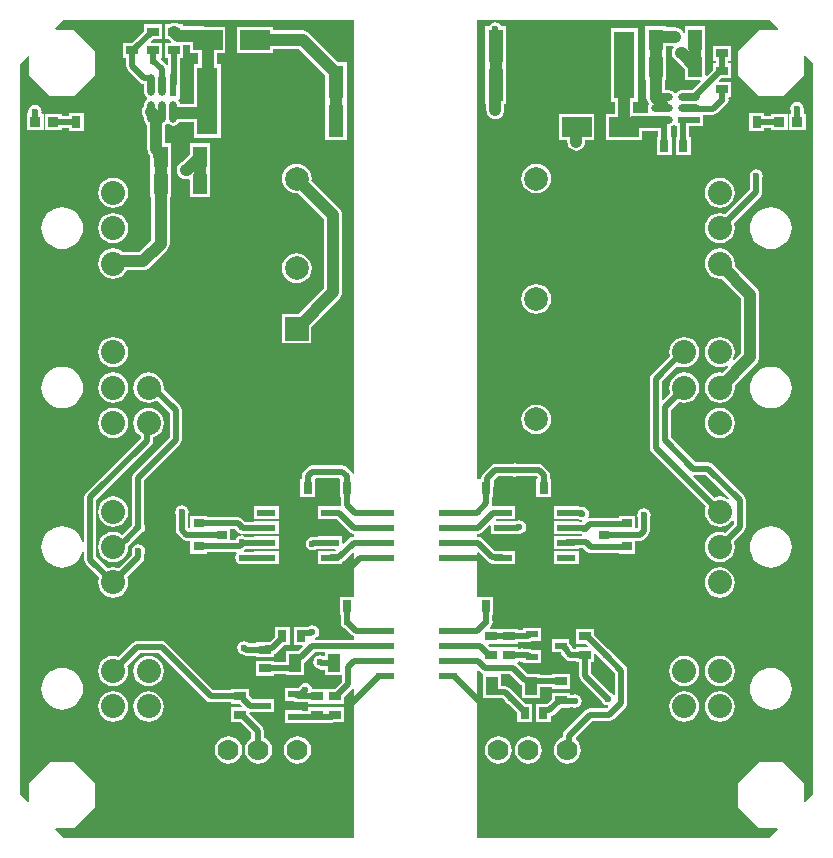
<source format=gtl>
G04*
G04 #@! TF.GenerationSoftware,Altium Limited,Altium Designer,20.1.12 (249)*
G04*
G04 Layer_Physical_Order=1*
G04 Layer_Color=255*
%FSLAX25Y25*%
%MOIN*%
G70*
G04*
G04 #@! TF.SameCoordinates,187957CB-44C1-49C2-83CB-A2E739709334*
G04*
G04*
G04 #@! TF.FilePolarity,Positive*
G04*
G01*
G75*
%ADD21R,0.07301X0.02410*%
G04:AMPARAMS|DCode=22|XSize=73.01mil|YSize=24.1mil|CornerRadius=12.05mil|HoleSize=0mil|Usage=FLASHONLY|Rotation=180.000|XOffset=0mil|YOffset=0mil|HoleType=Round|Shape=RoundedRectangle|*
%AMROUNDEDRECTD22*
21,1,0.07301,0.00000,0,0,180.0*
21,1,0.04891,0.02410,0,0,180.0*
1,1,0.02410,-0.02445,0.00000*
1,1,0.02410,0.02445,0.00000*
1,1,0.02410,0.02445,0.00000*
1,1,0.02410,-0.02445,0.00000*
%
%ADD22ROUNDEDRECTD22*%
%ADD27R,0.02410X0.07301*%
G04:AMPARAMS|DCode=28|XSize=73.01mil|YSize=24.1mil|CornerRadius=12.05mil|HoleSize=0mil|Usage=FLASHONLY|Rotation=270.000|XOffset=0mil|YOffset=0mil|HoleType=Round|Shape=RoundedRectangle|*
%AMROUNDEDRECTD28*
21,1,0.07301,0.00000,0,0,270.0*
21,1,0.04891,0.02410,0,0,270.0*
1,1,0.02410,0.00000,-0.02445*
1,1,0.02410,0.00000,0.02445*
1,1,0.02410,0.00000,0.02445*
1,1,0.02410,0.00000,-0.02445*
%
%ADD28ROUNDEDRECTD28*%
%ADD36R,0.03543X0.03150*%
%ADD37R,0.06102X0.02362*%
%ADD38R,0.03000X0.04000*%
%ADD39R,0.04000X0.06000*%
%ADD40R,0.04000X0.03000*%
%ADD41R,0.03937X0.02362*%
%ADD42R,0.04700X0.07100*%
%ADD43R,0.03500X0.03500*%
%ADD44R,0.07087X0.22441*%
%ADD45R,0.09843X0.06693*%
%ADD46R,0.05118X0.11024*%
%ADD47C,0.02000*%
%ADD48C,0.04000*%
%ADD49C,0.07000*%
%ADD50C,0.07874*%
%ADD51R,0.07874X0.07874*%
%ADD52C,0.08000*%
%ADD53C,0.02362*%
G36*
X373000Y315744D02*
X372508Y315657D01*
X372065Y316318D01*
X372065Y316318D01*
X370442Y317942D01*
X369780Y318384D01*
X369000Y318539D01*
X365311D01*
X365288Y318555D01*
X364437Y318724D01*
X363586Y318555D01*
X363563Y318539D01*
X359000D01*
X358220Y318384D01*
X357558Y317942D01*
X356012Y316396D01*
X355570Y315735D01*
X355415Y314954D01*
Y314024D01*
X354954D01*
Y308024D01*
X359954D01*
Y314024D01*
X359954Y314024D01*
X360106Y314461D01*
X363563D01*
X363586Y314445D01*
X364437Y314276D01*
X365288Y314445D01*
X365311Y314461D01*
X368029D01*
X368124Y314000D01*
X368124Y314000D01*
X368124Y314000D01*
Y308000D01*
X368584D01*
Y305376D01*
X368590Y305350D01*
X368272Y304964D01*
X360908D01*
Y300601D01*
X364943D01*
X365140Y300562D01*
X367054D01*
X371283Y296334D01*
X371944Y295892D01*
X372724Y295736D01*
X373000D01*
Y294815D01*
X372776D01*
X371995Y294659D01*
X371334Y294217D01*
X369472Y292356D01*
X369010Y292547D01*
Y294964D01*
X360908D01*
Y294822D01*
X359381D01*
X358600Y294666D01*
X358553Y294635D01*
X358149Y294555D01*
X357428Y294073D01*
X356945Y293351D01*
X356776Y292500D01*
X356945Y291649D01*
X357428Y290928D01*
X358149Y290445D01*
X359000Y290276D01*
X359851Y290445D01*
X360297Y290743D01*
X360908D01*
Y290601D01*
X366570D01*
X366837Y290101D01*
X366771Y290003D01*
X365140D01*
X364943Y289964D01*
X360908D01*
Y285601D01*
X369010D01*
Y286257D01*
X369406Y286522D01*
X372538Y289654D01*
X373000Y289463D01*
Y274654D01*
X368124D01*
Y268653D01*
X368584D01*
Y267250D01*
X368569Y267227D01*
X368400Y266376D01*
X368569Y265525D01*
X369051Y264804D01*
X369773Y264322D01*
X369800Y264316D01*
X372153Y261964D01*
X372153Y261964D01*
X372814Y261522D01*
X373000Y261485D01*
Y260445D01*
X359896D01*
X359847Y260945D01*
X359851Y260945D01*
X360573Y261427D01*
X361055Y262149D01*
X361224Y263000D01*
X361055Y263851D01*
X360573Y264573D01*
X359851Y265055D01*
X359000Y265224D01*
X358149Y265055D01*
X357428Y264573D01*
X355753D01*
X355753Y264573D01*
X355556Y264533D01*
X352753D01*
Y258533D01*
X355592D01*
X355783Y258071D01*
X354284Y256573D01*
X354129D01*
X353932Y256533D01*
X350129D01*
Y252949D01*
X346129D01*
Y253410D01*
X340129D01*
Y248410D01*
X346129D01*
Y248871D01*
X350129D01*
Y248533D01*
X356129D01*
Y252796D01*
X356571Y253091D01*
X359846Y256366D01*
X363129D01*
Y255136D01*
X362629Y254869D01*
X362351Y255055D01*
X361500Y255224D01*
X360649Y255055D01*
X359928Y254573D01*
X359445Y253851D01*
X359276Y253000D01*
X359445Y252149D01*
X359928Y251428D01*
X360649Y250945D01*
X360783Y250919D01*
X361186Y250649D01*
X361967Y250494D01*
X363129D01*
Y248533D01*
X368961D01*
Y246468D01*
X366632Y244139D01*
X358854D01*
X358751Y244654D01*
X358269Y245375D01*
X357548Y245857D01*
X356697Y246026D01*
X355846Y245857D01*
X355124Y245375D01*
X354642Y244654D01*
X354637Y244626D01*
X354447Y244437D01*
X349772D01*
Y240075D01*
X352886D01*
X353364Y239755D01*
X354144Y239600D01*
X354144Y239600D01*
X357516D01*
Y239139D01*
X369516D01*
Y241255D01*
X372442Y244182D01*
X372500Y244269D01*
X373000Y244117D01*
Y194500D01*
X276000D01*
X273301Y197199D01*
X273492Y197661D01*
X279591D01*
X286591Y204661D01*
Y208661D01*
Y212661D01*
X279591Y219661D01*
X271590D01*
X264591Y212661D01*
Y208661D01*
Y206563D01*
X264129Y206371D01*
X261500Y209000D01*
Y452500D01*
X264129Y455129D01*
X264591Y454937D01*
Y452756D01*
Y448756D01*
X271590Y441756D01*
X279591D01*
X286591Y448756D01*
Y452756D01*
Y456756D01*
X279591Y463756D01*
X273409D01*
X273218Y464218D01*
X276000Y467000D01*
X373000D01*
Y315744D01*
D02*
G37*
G36*
X514282Y464218D02*
X514091Y463756D01*
X507811D01*
X500811Y456756D01*
Y452756D01*
Y448756D01*
X507811Y441756D01*
X515811D01*
X522811Y448756D01*
Y452756D01*
Y455036D01*
X523273Y455227D01*
X526000Y452500D01*
Y209000D01*
X523273Y206273D01*
X522811Y206464D01*
Y208661D01*
Y212661D01*
X515811Y219661D01*
X507811D01*
X500811Y212661D01*
Y208661D01*
Y204661D01*
X507811Y197661D01*
X514008D01*
X514199Y197199D01*
X511500Y194500D01*
X414000D01*
Y249963D01*
X414462Y250154D01*
X415058Y249558D01*
X415058Y249558D01*
X415513Y249254D01*
X415736Y249073D01*
X415887Y248672D01*
X415887Y248573D01*
Y240951D01*
X419690D01*
X419887Y240912D01*
X422418D01*
X423222Y240109D01*
X423227Y240082D01*
X423709Y239360D01*
X424431Y238878D01*
X424458Y238873D01*
X427263Y236067D01*
Y232951D01*
X432263D01*
Y238951D01*
X430147D01*
X427342Y241756D01*
X427336Y241783D01*
X426854Y242505D01*
X426132Y242987D01*
X426105Y242992D01*
X424705Y244393D01*
X424044Y244835D01*
X423263Y244990D01*
X421887D01*
X421887Y248951D01*
X422383Y248961D01*
X424993D01*
X428445Y245509D01*
X428887Y245214D01*
Y240951D01*
X434887D01*
Y244535D01*
X438887D01*
Y244075D01*
X444887D01*
Y249075D01*
X438887D01*
Y248614D01*
X434887D01*
Y248951D01*
X431084D01*
X430887Y248990D01*
X430731D01*
X427345Y252376D01*
X427438Y252876D01*
X427500D01*
Y253117D01*
X427563Y253147D01*
X428000Y253308D01*
X428783Y253153D01*
X428921Y253180D01*
X429307Y252863D01*
Y252579D01*
X435244D01*
Y256941D01*
X432130D01*
X431652Y257260D01*
X430872Y257416D01*
X429657D01*
X429634Y257431D01*
X428783Y257600D01*
X428000Y257445D01*
X427563Y257606D01*
X427500Y257635D01*
Y257876D01*
X418384D01*
X417598Y258662D01*
X417790Y259124D01*
X427500D01*
Y259584D01*
X430872D01*
X431652Y259740D01*
X432130Y260059D01*
X435244D01*
Y264421D01*
X429307D01*
Y263663D01*
X427500D01*
Y264124D01*
X418331D01*
X418179Y264624D01*
X418449Y264804D01*
X418931Y265525D01*
X419100Y266376D01*
X418931Y267227D01*
X418916Y267250D01*
Y268653D01*
X419376D01*
Y274654D01*
X414376D01*
X414000Y274952D01*
Y289463D01*
X414462Y289654D01*
X417608Y286508D01*
X418270Y286066D01*
X418392Y286042D01*
Y285588D01*
X426494D01*
Y289950D01*
X422459D01*
X422262Y289989D01*
X419895D01*
X415666Y294217D01*
X415005Y294659D01*
X414224Y294815D01*
X414000D01*
Y295736D01*
X414276D01*
X415056Y295892D01*
X415718Y296334D01*
X417930Y298546D01*
X418392Y298354D01*
Y295588D01*
X426494D01*
Y295729D01*
X427671D01*
X427953Y295786D01*
X428000Y295776D01*
X428851Y295945D01*
X429572Y296427D01*
X430055Y297149D01*
X430224Y298000D01*
X430055Y298851D01*
X429572Y299572D01*
X428851Y300055D01*
X428000Y300224D01*
X427149Y300055D01*
X426994Y299951D01*
X426494Y299950D01*
Y299950D01*
X420481D01*
X420214Y300450D01*
X420280Y300548D01*
X422262D01*
X422459Y300588D01*
X426494D01*
Y304950D01*
X419218D01*
X418831Y305450D01*
X418916Y305876D01*
Y308000D01*
X419376D01*
Y311303D01*
X419416Y311500D01*
X419416Y311500D01*
Y313532D01*
X420845Y314961D01*
X425626D01*
X425649Y314945D01*
X426500Y314776D01*
X427351Y314945D01*
X427374Y314961D01*
X433655D01*
X434093Y314524D01*
X434004Y314024D01*
X433695D01*
Y308024D01*
X438694D01*
Y314024D01*
X438234D01*
Y315305D01*
X438078Y316086D01*
X437636Y316747D01*
X435942Y318442D01*
X435280Y318884D01*
X434500Y319039D01*
X427374D01*
X427351Y319055D01*
X426500Y319224D01*
X425649Y319055D01*
X425626Y319039D01*
X420000D01*
X419220Y318884D01*
X418558Y318442D01*
X415935Y315818D01*
X415492Y315157D01*
X415337Y314376D01*
Y314000D01*
X414376D01*
X414000Y314299D01*
Y467000D01*
X511500D01*
X514282Y464218D01*
D02*
G37*
%LPC*%
G36*
X313000Y466150D02*
X312217Y466046D01*
X311487Y465744D01*
X311330Y465624D01*
X310000D01*
Y463320D01*
X309974Y463124D01*
X310000Y462927D01*
Y460624D01*
X311221D01*
X311968Y459876D01*
X311761Y459376D01*
X310000D01*
Y454376D01*
X310961D01*
Y452951D01*
X310930Y452904D01*
X310797Y452239D01*
X310467Y452115D01*
X310274Y452109D01*
X308507Y453876D01*
X308715Y454376D01*
X309000D01*
Y459376D01*
X305290D01*
X305099Y459838D01*
X305884Y460624D01*
X309000D01*
Y465624D01*
X303000D01*
Y463507D01*
X298869Y459376D01*
X296000D01*
Y454376D01*
X296961D01*
Y451668D01*
X297116Y450888D01*
X297558Y450226D01*
X301557Y446227D01*
X302218Y445785D01*
X302946Y445641D01*
Y443028D01*
X303118Y442168D01*
X303605Y441438D01*
X303894Y441245D01*
Y440644D01*
X303605Y440451D01*
X303118Y439721D01*
X302946Y438861D01*
Y438414D01*
X302574Y437929D01*
X302272Y437199D01*
X302169Y436416D01*
X302272Y435633D01*
X302574Y434903D01*
X302946Y434418D01*
Y433970D01*
X303118Y433110D01*
X303605Y432381D01*
X303974Y432134D01*
Y424092D01*
X304077Y423309D01*
X304380Y422579D01*
X304860Y421952D01*
X305024Y421789D01*
X305042Y421653D01*
Y416950D01*
Y407950D01*
X305366D01*
Y393645D01*
X301339Y389618D01*
X295871D01*
X295120Y390194D01*
X293904Y390698D01*
X292598Y390870D01*
X291293Y390698D01*
X290077Y390194D01*
X289032Y389393D01*
X288231Y388348D01*
X287727Y387132D01*
X287555Y385827D01*
X287727Y384522D01*
X288231Y383305D01*
X289032Y382261D01*
X290077Y381459D01*
X291293Y380956D01*
X292598Y380784D01*
X293904Y380956D01*
X295120Y381459D01*
X296164Y382261D01*
X296966Y383305D01*
X297074Y383566D01*
X302592D01*
X303375Y383669D01*
X304105Y383972D01*
X304732Y384453D01*
X310531Y390252D01*
X311012Y390879D01*
X311315Y391609D01*
X311418Y392392D01*
X311418Y392392D01*
Y407950D01*
X311742D01*
Y416950D01*
Y426050D01*
X310026D01*
Y432048D01*
X310496Y432362D01*
X310637Y432426D01*
X310972D01*
X311113Y432362D01*
X311815Y431893D01*
X312675Y431722D01*
X313535Y431893D01*
X314265Y432381D01*
X314661Y432974D01*
X319457D01*
Y427779D01*
X328543D01*
Y452220D01*
X327089D01*
Y456153D01*
X330047D01*
Y464847D01*
X322976D01*
X322779Y464872D01*
X316000D01*
Y465624D01*
X314670D01*
X314513Y465744D01*
X313783Y466046D01*
X313000Y466150D01*
D02*
G37*
G36*
X282841Y436071D02*
X277841D01*
Y435110D01*
X275435D01*
Y435821D01*
X269935D01*
Y430321D01*
X275435D01*
Y431032D01*
X277841D01*
Y430071D01*
X282841D01*
Y436071D01*
D02*
G37*
G36*
X266500Y438724D02*
X265649Y438555D01*
X264928Y438072D01*
X264445Y437351D01*
X264276Y436500D01*
X264334Y436207D01*
X264017Y435821D01*
X263935D01*
Y430321D01*
X269435D01*
Y435821D01*
X269098D01*
X268688Y436321D01*
X268724Y436500D01*
X268555Y437351D01*
X268073Y438072D01*
X267351Y438555D01*
X266500Y438724D01*
D02*
G37*
G36*
X345795Y464847D02*
X333953D01*
Y456153D01*
X345795D01*
Y457474D01*
X354599D01*
X363340Y448733D01*
Y439988D01*
Y426988D01*
X370458D01*
Y439988D01*
Y453012D01*
X367619D01*
X357992Y462640D01*
X357365Y463121D01*
X356635Y463423D01*
X355852Y463526D01*
X345795D01*
Y464847D01*
D02*
G37*
G36*
X324958Y426050D02*
X318258D01*
Y422429D01*
X315595Y419766D01*
X315315Y419650D01*
X314688Y419169D01*
X314208Y418542D01*
X313905Y417813D01*
X313802Y417029D01*
X313905Y416246D01*
X314208Y415517D01*
X314688Y414890D01*
X315315Y414409D01*
X316045Y414107D01*
X316828Y414004D01*
X317138D01*
X317758Y414085D01*
X318258Y413768D01*
Y407950D01*
X324958D01*
Y416950D01*
Y426050D01*
D02*
G37*
G36*
X292598Y414492D02*
X291293Y414320D01*
X290077Y413816D01*
X289032Y413015D01*
X288231Y411970D01*
X287727Y410754D01*
X287555Y409449D01*
X287727Y408144D01*
X288231Y406927D01*
X289032Y405883D01*
X290077Y405081D01*
X291293Y404577D01*
X292598Y404406D01*
X293904Y404577D01*
X295120Y405081D01*
X296164Y405883D01*
X296966Y406927D01*
X297470Y408144D01*
X297642Y409449D01*
X297470Y410754D01*
X296966Y411970D01*
X296164Y413015D01*
X295120Y413816D01*
X293904Y414320D01*
X292598Y414492D01*
D02*
G37*
G36*
Y402681D02*
X291293Y402509D01*
X290077Y402005D01*
X289032Y401204D01*
X288231Y400159D01*
X287727Y398943D01*
X287555Y397638D01*
X287727Y396333D01*
X288231Y395116D01*
X289032Y394072D01*
X290077Y393270D01*
X291293Y392766D01*
X292598Y392595D01*
X293904Y392766D01*
X295120Y393270D01*
X296164Y394072D01*
X296966Y395116D01*
X297470Y396333D01*
X297642Y397638D01*
X297470Y398943D01*
X296966Y400159D01*
X296164Y401204D01*
X295120Y402005D01*
X293904Y402509D01*
X292598Y402681D01*
D02*
G37*
G36*
X275590Y404577D02*
X274237Y404443D01*
X272935Y404048D01*
X271736Y403407D01*
X270684Y402544D01*
X269821Y401493D01*
X269180Y400293D01*
X268785Y398991D01*
X268652Y397638D01*
X268785Y396284D01*
X269180Y394982D01*
X269821Y393783D01*
X270684Y392731D01*
X271736Y391868D01*
X272935Y391227D01*
X274237Y390832D01*
X275590Y390699D01*
X276944Y390832D01*
X278246Y391227D01*
X279446Y391868D01*
X280497Y392731D01*
X281360Y393783D01*
X282001Y394982D01*
X282396Y396284D01*
X282529Y397638D01*
X282396Y398991D01*
X282001Y400293D01*
X281360Y401493D01*
X280497Y402544D01*
X279446Y403407D01*
X278246Y404048D01*
X276944Y404443D01*
X275590Y404577D01*
D02*
G37*
G36*
X353740Y389232D02*
X352451Y389062D01*
X351250Y388564D01*
X350219Y387773D01*
X349428Y386742D01*
X348930Y385541D01*
X348761Y384252D01*
X348930Y382963D01*
X349428Y381762D01*
X350219Y380731D01*
X351250Y379940D01*
X352451Y379442D01*
X353740Y379272D01*
X355029Y379442D01*
X356230Y379940D01*
X357261Y380731D01*
X358053Y381762D01*
X358550Y382963D01*
X358720Y384252D01*
X358550Y385541D01*
X358053Y386742D01*
X357261Y387773D01*
X356230Y388564D01*
X355029Y389062D01*
X353740Y389232D01*
D02*
G37*
G36*
Y419153D02*
X352451Y418983D01*
X351250Y418486D01*
X350219Y417694D01*
X349428Y416663D01*
X348930Y415462D01*
X348761Y414173D01*
X348930Y412884D01*
X349428Y411683D01*
X350219Y410652D01*
X351250Y409861D01*
X352451Y409363D01*
X353740Y409194D01*
X354359Y409275D01*
X362974Y400660D01*
Y377686D01*
X354398Y369110D01*
X348803D01*
Y359236D01*
X358677D01*
Y364831D01*
X368140Y374293D01*
X368620Y374920D01*
X368923Y375650D01*
X369026Y376433D01*
Y401913D01*
X368923Y402697D01*
X368620Y403426D01*
X368140Y404053D01*
X358638Y413554D01*
X358720Y414173D01*
X358550Y415462D01*
X358053Y416663D01*
X357261Y417694D01*
X356230Y418486D01*
X355029Y418983D01*
X353740Y419153D01*
D02*
G37*
G36*
X292590Y361342D02*
X291285Y361171D01*
X290069Y360667D01*
X289024Y359865D01*
X288223Y358821D01*
X287719Y357605D01*
X287547Y356299D01*
X287719Y354994D01*
X288223Y353778D01*
X289024Y352733D01*
X290069Y351932D01*
X291285Y351428D01*
X292590Y351256D01*
X293896Y351428D01*
X295112Y351932D01*
X296157Y352733D01*
X296958Y353778D01*
X297462Y354994D01*
X297634Y356299D01*
X297462Y357605D01*
X296958Y358821D01*
X296157Y359865D01*
X295112Y360667D01*
X293896Y361171D01*
X292590Y361342D01*
D02*
G37*
G36*
Y349531D02*
X291285Y349359D01*
X290069Y348856D01*
X289024Y348054D01*
X288223Y347010D01*
X287719Y345793D01*
X287547Y344488D01*
X287719Y343183D01*
X288223Y341967D01*
X289024Y340922D01*
X290069Y340121D01*
X291285Y339617D01*
X292590Y339445D01*
X293896Y339617D01*
X295112Y340121D01*
X296157Y340922D01*
X296958Y341967D01*
X297462Y343183D01*
X297634Y344488D01*
X297462Y345793D01*
X296958Y347010D01*
X296157Y348054D01*
X295112Y348856D01*
X293896Y349359D01*
X292590Y349531D01*
D02*
G37*
G36*
X275590Y351427D02*
X274237Y351294D01*
X272935Y350899D01*
X271736Y350258D01*
X270684Y349395D01*
X269821Y348343D01*
X269180Y347144D01*
X268785Y345842D01*
X268652Y344488D01*
X268785Y343134D01*
X269180Y341833D01*
X269821Y340633D01*
X270684Y339582D01*
X271736Y338719D01*
X272935Y338077D01*
X274237Y337683D01*
X275590Y337549D01*
X276944Y337683D01*
X278246Y338077D01*
X279446Y338719D01*
X280497Y339582D01*
X281360Y340633D01*
X282001Y341833D01*
X282396Y343134D01*
X282529Y344488D01*
X282396Y345842D01*
X282001Y347144D01*
X281360Y348343D01*
X280497Y349395D01*
X279446Y350258D01*
X278246Y350899D01*
X276944Y351294D01*
X275590Y351427D01*
D02*
G37*
G36*
X292590Y337720D02*
X291285Y337548D01*
X290069Y337045D01*
X289024Y336243D01*
X288223Y335199D01*
X287719Y333982D01*
X287547Y332677D01*
X287719Y331372D01*
X288223Y330156D01*
X289024Y329111D01*
X290069Y328310D01*
X291285Y327806D01*
X292590Y327634D01*
X293896Y327806D01*
X295112Y328310D01*
X296157Y329111D01*
X296958Y330156D01*
X297462Y331372D01*
X297634Y332677D01*
X297462Y333982D01*
X296958Y335199D01*
X296157Y336243D01*
X295112Y337045D01*
X293896Y337548D01*
X292590Y337720D01*
D02*
G37*
G36*
X347750Y304964D02*
X339648D01*
Y300601D01*
X347750D01*
Y304964D01*
D02*
G37*
G36*
X292598Y308193D02*
X291293Y308021D01*
X290077Y307517D01*
X289032Y306716D01*
X288231Y305671D01*
X287727Y304455D01*
X287555Y303150D01*
X287727Y301844D01*
X288231Y300628D01*
X289032Y299584D01*
X290077Y298782D01*
X291293Y298278D01*
X292598Y298107D01*
X293904Y298278D01*
X295120Y298782D01*
X296164Y299584D01*
X296966Y300628D01*
X297470Y301844D01*
X297642Y303150D01*
X297470Y304455D01*
X296966Y305671D01*
X296164Y306716D01*
X295120Y307517D01*
X293904Y308021D01*
X292598Y308193D01*
D02*
G37*
G36*
X315500Y305224D02*
X314649Y305055D01*
X313928Y304573D01*
X313445Y303851D01*
X313276Y303000D01*
X313445Y302149D01*
X313461Y302126D01*
Y297000D01*
X313616Y296220D01*
X314058Y295558D01*
X315558Y294058D01*
X316220Y293616D01*
X317000Y293461D01*
X318291D01*
Y289185D01*
X323835D01*
Y289721D01*
X333708D01*
X333878Y289221D01*
X333466Y288604D01*
X333297Y287753D01*
X333466Y286902D01*
X333948Y286181D01*
X334670Y285699D01*
X335521Y285530D01*
X336372Y285699D01*
X336438Y285743D01*
X339648D01*
Y285601D01*
X347750D01*
Y289964D01*
X339648D01*
Y289822D01*
X336392D01*
X336261Y290045D01*
X336257Y290340D01*
X336660Y290743D01*
X339648D01*
Y290601D01*
X347750D01*
Y294964D01*
X339648D01*
Y294822D01*
X336700D01*
X336351Y295055D01*
X335500Y295224D01*
X334649Y295055D01*
X333927Y294572D01*
X333445Y293851D01*
X333435Y293799D01*
X331709D01*
Y297201D01*
X333317D01*
X333599Y296919D01*
X333927Y296427D01*
X334649Y295945D01*
X335500Y295776D01*
X335575Y295791D01*
X335816Y295743D01*
X339648D01*
Y295601D01*
X347750D01*
Y299964D01*
X339648D01*
Y299822D01*
X336700D01*
X336351Y300055D01*
X336202Y300084D01*
X335604Y300682D01*
X334942Y301124D01*
X334162Y301279D01*
X323835D01*
Y301815D01*
X318291D01*
Y297961D01*
X317791Y297753D01*
X317539Y297980D01*
Y302126D01*
X317555Y302149D01*
X317724Y303000D01*
X317555Y303851D01*
X317073Y304573D01*
X316351Y305055D01*
X315500Y305224D01*
D02*
G37*
G36*
X304410Y349531D02*
X303104Y349359D01*
X301888Y348856D01*
X300843Y348054D01*
X300042Y347010D01*
X299538Y345793D01*
X299366Y344488D01*
X299538Y343183D01*
X300042Y341967D01*
X300843Y340922D01*
X301888Y340121D01*
X303104Y339617D01*
X304410Y339445D01*
X305715Y339617D01*
X306931Y340121D01*
X307250Y340366D01*
X311461Y336155D01*
Y327845D01*
X299558Y315942D01*
X299116Y315280D01*
X298961Y314500D01*
Y298874D01*
X298945Y298851D01*
X298940Y298824D01*
X295517Y295401D01*
X295120Y295706D01*
X293904Y296210D01*
X292598Y296382D01*
X291293Y296210D01*
X290077Y295706D01*
X289032Y294905D01*
X288231Y293860D01*
X287727Y292644D01*
X287555Y291339D01*
X287727Y290033D01*
X288231Y288817D01*
X289032Y287772D01*
X290077Y286971D01*
X291293Y286467D01*
X292598Y286295D01*
X293904Y286467D01*
X295120Y286971D01*
X296164Y287772D01*
X296966Y288817D01*
X297470Y290033D01*
X297642Y291339D01*
X297582Y291791D01*
X297860Y291976D01*
X301824Y295940D01*
X301851Y295945D01*
X302572Y296427D01*
X303055Y297149D01*
X303224Y298000D01*
X303055Y298851D01*
X303039Y298874D01*
Y313655D01*
X314942Y325558D01*
X315384Y326220D01*
X315539Y327000D01*
Y337000D01*
X315384Y337780D01*
X314942Y338442D01*
X309388Y343996D01*
X309453Y344488D01*
X309281Y345793D01*
X308777Y347010D01*
X307976Y348054D01*
X306931Y348856D01*
X305715Y349359D01*
X304410Y349531D01*
D02*
G37*
G36*
Y337720D02*
X303104Y337548D01*
X301888Y337045D01*
X300843Y336243D01*
X300042Y335199D01*
X299538Y333982D01*
X299366Y332677D01*
X299538Y331372D01*
X300042Y330156D01*
X300843Y329111D01*
X301804Y328374D01*
Y327688D01*
X283558Y309442D01*
X283116Y308780D01*
X282961Y308000D01*
Y292060D01*
X282461Y292036D01*
X282396Y292692D01*
X282001Y293994D01*
X281360Y295194D01*
X280497Y296245D01*
X279446Y297108D01*
X278246Y297749D01*
X276944Y298144D01*
X275590Y298277D01*
X274237Y298144D01*
X272935Y297749D01*
X271736Y297108D01*
X270684Y296245D01*
X269821Y295194D01*
X269180Y293994D01*
X268785Y292692D01*
X268652Y291339D01*
X268785Y289985D01*
X269180Y288683D01*
X269821Y287484D01*
X270684Y286432D01*
X271736Y285569D01*
X272935Y284928D01*
X274237Y284533D01*
X275590Y284400D01*
X276944Y284533D01*
X278246Y284928D01*
X279446Y285569D01*
X280497Y286432D01*
X281360Y287484D01*
X282001Y288683D01*
X282396Y289985D01*
X282461Y290642D01*
X282961Y290617D01*
Y287126D01*
X283116Y286346D01*
X283558Y285684D01*
X287927Y281315D01*
X287727Y280833D01*
X287555Y279528D01*
X287727Y278222D01*
X288231Y277006D01*
X289032Y275961D01*
X290077Y275160D01*
X291293Y274656D01*
X292598Y274484D01*
X293904Y274656D01*
X295120Y275160D01*
X296164Y275961D01*
X296966Y277006D01*
X297470Y278222D01*
X297642Y279528D01*
X297470Y280833D01*
X297270Y281315D01*
X302373Y286418D01*
X302815Y287080D01*
X302970Y287860D01*
Y289022D01*
X303055Y289149D01*
X303224Y290000D01*
X303055Y290851D01*
X302572Y291572D01*
X301851Y292055D01*
X301000Y292224D01*
X300149Y292055D01*
X299428Y291572D01*
X298945Y290851D01*
X298776Y290000D01*
X298891Y289420D01*
Y288704D01*
X294386Y284199D01*
X293904Y284399D01*
X292598Y284571D01*
X291293Y284399D01*
X290811Y284199D01*
X287039Y287971D01*
Y307155D01*
X305286Y325402D01*
X305728Y326063D01*
X305883Y326844D01*
Y327875D01*
X306931Y328310D01*
X307976Y329111D01*
X308777Y330156D01*
X309281Y331372D01*
X309453Y332677D01*
X309281Y333982D01*
X308777Y335199D01*
X307976Y336243D01*
X306931Y337045D01*
X305715Y337548D01*
X304410Y337720D01*
D02*
G37*
G36*
X351505Y264533D02*
X346505D01*
Y261417D01*
X344784Y259696D01*
X343629D01*
X343629Y259696D01*
X343432Y259657D01*
X340129D01*
Y259196D01*
X337872D01*
X337784Y259327D01*
X337063Y259809D01*
X336211Y259979D01*
X335361Y259809D01*
X334639Y259327D01*
X334157Y258606D01*
X333988Y257755D01*
X334157Y256904D01*
X334639Y256182D01*
X335361Y255700D01*
X335541Y255664D01*
X336127Y255273D01*
X336907Y255118D01*
X340129D01*
Y254657D01*
X346129D01*
Y255717D01*
X346409Y255773D01*
X347071Y256215D01*
X349389Y258533D01*
X351505D01*
Y264533D01*
D02*
G37*
G36*
X304410Y255043D02*
X303104Y254871D01*
X301888Y254367D01*
X300843Y253566D01*
X300042Y252522D01*
X299538Y251305D01*
X299366Y250000D01*
X299538Y248695D01*
X300042Y247478D01*
X300843Y246434D01*
X301888Y245633D01*
X303104Y245129D01*
X304410Y244957D01*
X305715Y245129D01*
X306931Y245633D01*
X307976Y246434D01*
X308777Y247478D01*
X309281Y248695D01*
X309453Y250000D01*
X309281Y251305D01*
X308777Y252522D01*
X307976Y253566D01*
X306931Y254367D01*
X305715Y254871D01*
X304410Y255043D01*
D02*
G37*
G36*
X275590Y251033D02*
X274237Y250900D01*
X272935Y250505D01*
X271736Y249864D01*
X270684Y249001D01*
X269821Y247950D01*
X269180Y246750D01*
X268785Y245448D01*
X268652Y244094D01*
X268785Y242741D01*
X269180Y241439D01*
X269821Y240239D01*
X270684Y239188D01*
X271736Y238325D01*
X272935Y237684D01*
X274237Y237289D01*
X275590Y237156D01*
X276944Y237289D01*
X278246Y237684D01*
X279446Y238325D01*
X280497Y239188D01*
X281360Y240239D01*
X282001Y241439D01*
X282396Y242741D01*
X282529Y244094D01*
X282396Y245448D01*
X282001Y246750D01*
X281360Y247950D01*
X280497Y249001D01*
X279446Y249864D01*
X278246Y250505D01*
X276944Y250900D01*
X275590Y251033D01*
D02*
G37*
G36*
X369516Y237892D02*
X357516D01*
Y236815D01*
X355709D01*
Y236957D01*
X349772D01*
Y232594D01*
X355709D01*
Y232736D01*
X365399D01*
X366180Y232892D01*
X366180Y232892D01*
X369516D01*
Y237892D01*
D02*
G37*
G36*
X308790Y260039D02*
X300590D01*
X299810Y259884D01*
X299149Y259442D01*
X294378Y254672D01*
X293896Y254871D01*
X292590Y255043D01*
X291285Y254871D01*
X290069Y254367D01*
X289024Y253566D01*
X288223Y252522D01*
X287719Y251305D01*
X287547Y250000D01*
X287719Y248695D01*
X288223Y247478D01*
X289024Y246434D01*
X290069Y245633D01*
X291285Y245129D01*
X292590Y244957D01*
X293896Y245129D01*
X295112Y245633D01*
X296157Y246434D01*
X296958Y247478D01*
X297462Y248695D01*
X297634Y250000D01*
X297462Y251305D01*
X297262Y251788D01*
X301435Y255961D01*
X307945D01*
X323708Y240197D01*
X323708Y240197D01*
X324370Y239755D01*
X325150Y239600D01*
X332016D01*
Y239139D01*
X334815D01*
X335601Y238354D01*
X335409Y237892D01*
X332016D01*
Y232892D01*
X335132D01*
X338691Y229332D01*
Y227566D01*
X337806Y226887D01*
X337085Y225947D01*
X336632Y224852D01*
X336477Y223677D01*
X336632Y222502D01*
X337085Y221408D01*
X337806Y220468D01*
X338746Y219746D01*
X339841Y219293D01*
X341016Y219138D01*
X342191Y219293D01*
X343285Y219746D01*
X344225Y220468D01*
X344947Y221408D01*
X345400Y222502D01*
X345555Y223677D01*
X345400Y224852D01*
X344947Y225947D01*
X344225Y226887D01*
X343285Y227608D01*
X342770Y227821D01*
Y230177D01*
X342615Y230958D01*
X342173Y231619D01*
X338042Y235750D01*
X338057Y236259D01*
X338323Y236477D01*
X340323D01*
Y236335D01*
X346260D01*
Y240697D01*
X340323D01*
Y240555D01*
X339167D01*
X338016Y241707D01*
Y244139D01*
X332016D01*
Y243678D01*
X325995D01*
X310232Y259442D01*
X309570Y259884D01*
X308790Y260039D01*
D02*
G37*
G36*
X304410Y243232D02*
X303104Y243060D01*
X301888Y242557D01*
X300843Y241755D01*
X300042Y240711D01*
X299538Y239494D01*
X299366Y238189D01*
X299538Y236884D01*
X300042Y235667D01*
X300843Y234623D01*
X301888Y233822D01*
X303104Y233318D01*
X304410Y233146D01*
X305715Y233318D01*
X306931Y233822D01*
X307976Y234623D01*
X308777Y235667D01*
X309281Y236884D01*
X309453Y238189D01*
X309281Y239494D01*
X308777Y240711D01*
X307976Y241755D01*
X306931Y242557D01*
X305715Y243060D01*
X304410Y243232D01*
D02*
G37*
G36*
X292590D02*
X291285Y243060D01*
X290069Y242557D01*
X289024Y241755D01*
X288223Y240711D01*
X287719Y239494D01*
X287547Y238189D01*
X287719Y236884D01*
X288223Y235667D01*
X289024Y234623D01*
X290069Y233822D01*
X291285Y233318D01*
X292590Y233146D01*
X293896Y233318D01*
X295112Y233822D01*
X296157Y234623D01*
X296958Y235667D01*
X297462Y236884D01*
X297634Y238189D01*
X297462Y239494D01*
X296958Y240711D01*
X296157Y241755D01*
X295112Y242557D01*
X293896Y243060D01*
X292590Y243232D01*
D02*
G37*
G36*
X354016Y228216D02*
X352841Y228061D01*
X351746Y227608D01*
X350806Y226887D01*
X350085Y225947D01*
X349632Y224852D01*
X349477Y223677D01*
X349632Y222502D01*
X350085Y221408D01*
X350806Y220468D01*
X351746Y219746D01*
X352841Y219293D01*
X354016Y219138D01*
X355190Y219293D01*
X356285Y219746D01*
X357225Y220468D01*
X357946Y221408D01*
X358400Y222502D01*
X358555Y223677D01*
X358400Y224852D01*
X357946Y225947D01*
X357225Y226887D01*
X356285Y227608D01*
X355190Y228061D01*
X354016Y228216D01*
D02*
G37*
G36*
X331016D02*
X329841Y228061D01*
X328746Y227608D01*
X327806Y226887D01*
X327085Y225947D01*
X326632Y224852D01*
X326477Y223677D01*
X326632Y222502D01*
X327085Y221408D01*
X327806Y220468D01*
X328746Y219746D01*
X329841Y219293D01*
X331016Y219138D01*
X332190Y219293D01*
X333285Y219746D01*
X334225Y220468D01*
X334946Y221408D01*
X335400Y222502D01*
X335555Y223677D01*
X335400Y224852D01*
X334946Y225947D01*
X334225Y226887D01*
X333285Y227608D01*
X332190Y228061D01*
X331016Y228216D01*
D02*
G37*
%LPD*%
G36*
X318205Y456153D02*
X321037D01*
Y452220D01*
X319457D01*
Y439026D01*
X314891D01*
X314752Y439721D01*
X314350Y440323D01*
X314540Y440823D01*
X314880D01*
Y450124D01*
X314853D01*
Y451483D01*
X314884Y451530D01*
X315039Y452310D01*
Y454376D01*
X316000D01*
Y458821D01*
X318205D01*
Y456153D01*
D02*
G37*
%LPC*%
G36*
X489958Y465050D02*
X483258D01*
Y462780D01*
X482758Y462680D01*
X482620Y463013D01*
X482140Y463640D01*
X481513Y464120D01*
X480783Y464423D01*
X480000Y464526D01*
X476742D01*
Y465050D01*
X470042D01*
Y455950D01*
Y446950D01*
X470366D01*
Y441108D01*
X470469Y440325D01*
X470771Y439595D01*
X471252Y438969D01*
X471255Y438966D01*
X470893Y438425D01*
X470722Y437565D01*
X470893Y436705D01*
X471032Y436497D01*
X470797Y436056D01*
X465979D01*
X465979Y436056D01*
X465963Y436070D01*
Y439780D01*
X467543D01*
Y464221D01*
X458457D01*
Y439780D01*
X459911D01*
Y435847D01*
X456953D01*
Y427153D01*
X468795D01*
Y430004D01*
X474337D01*
Y428000D01*
X473876D01*
Y422000D01*
X478876D01*
Y428000D01*
X478416D01*
Y431687D01*
X478722Y431748D01*
X479323Y432150D01*
X479823Y431960D01*
Y431620D01*
X480584D01*
Y428000D01*
X480124D01*
Y422000D01*
X485124D01*
Y428000D01*
X484663D01*
Y431620D01*
X489124D01*
Y435461D01*
X492500D01*
X493280Y435616D01*
X493942Y436058D01*
X496324Y438440D01*
X496351Y438445D01*
X497073Y438928D01*
X497555Y439649D01*
X497724Y440500D01*
X497649Y440876D01*
X498059Y441376D01*
X498500D01*
Y446376D01*
X494790D01*
X494598Y446838D01*
X495384Y447624D01*
X498500D01*
Y452624D01*
X497539D01*
Y453376D01*
X498500D01*
Y458376D01*
X492500D01*
Y453376D01*
X493461D01*
Y452624D01*
X492500D01*
Y450507D01*
X490420Y448428D01*
X489958Y448619D01*
Y455950D01*
Y465050D01*
D02*
G37*
G36*
X420000Y466224D02*
X419149Y466055D01*
X418428Y465573D01*
X418053Y465012D01*
X416542D01*
Y451988D01*
Y438988D01*
X416974D01*
Y437000D01*
X417077Y436217D01*
X417380Y435487D01*
X417860Y434860D01*
X418487Y434379D01*
X419217Y434077D01*
X420000Y433974D01*
X420783Y434077D01*
X421513Y434379D01*
X422140Y434860D01*
X422620Y435487D01*
X422923Y436217D01*
X423026Y437000D01*
Y438988D01*
X423660D01*
Y451988D01*
Y465012D01*
X421947D01*
X421572Y465573D01*
X420851Y466055D01*
X420000Y466224D01*
D02*
G37*
G36*
X520500Y439724D02*
X519649Y439555D01*
X518927Y439073D01*
X518445Y438351D01*
X518276Y437500D01*
X518445Y436649D01*
X518665Y436321D01*
X518566Y435821D01*
X517967D01*
Y430321D01*
X523466D01*
Y435821D01*
X522756D01*
Y437284D01*
X522718Y437472D01*
X522724Y437500D01*
X522555Y438351D01*
X522073Y439073D01*
X521351Y439555D01*
X520500Y439724D01*
D02*
G37*
G36*
X509561Y436071D02*
X504561D01*
Y430071D01*
X509561D01*
Y431032D01*
X511967D01*
Y430321D01*
X517466D01*
Y435821D01*
X511967D01*
Y435110D01*
X509561D01*
Y436071D01*
D02*
G37*
G36*
X453047Y435847D02*
X441205D01*
Y427153D01*
X443974D01*
Y426500D01*
X444077Y425717D01*
X444380Y424987D01*
X444860Y424360D01*
X445487Y423879D01*
X446217Y423577D01*
X447000Y423474D01*
X447783Y423577D01*
X448513Y423879D01*
X449140Y424360D01*
X449620Y424987D01*
X449923Y425717D01*
X450026Y426500D01*
Y427153D01*
X453047D01*
Y435847D01*
D02*
G37*
G36*
X433661Y419153D02*
X432373Y418983D01*
X431172Y418486D01*
X430140Y417694D01*
X429349Y416663D01*
X428852Y415462D01*
X428682Y414173D01*
X428852Y412884D01*
X429349Y411683D01*
X430140Y410652D01*
X431172Y409861D01*
X432373Y409363D01*
X433661Y409194D01*
X434950Y409363D01*
X436151Y409861D01*
X437183Y410652D01*
X437974Y411683D01*
X438471Y412884D01*
X438641Y414173D01*
X438471Y415462D01*
X437974Y416663D01*
X437183Y417694D01*
X436151Y418486D01*
X434950Y418983D01*
X433661Y419153D01*
D02*
G37*
G36*
X494803Y414492D02*
X493498Y414320D01*
X492282Y413816D01*
X491237Y413015D01*
X490436Y411970D01*
X489932Y410754D01*
X489760Y409449D01*
X489932Y408144D01*
X490436Y406927D01*
X491237Y405883D01*
X492282Y405081D01*
X493498Y404577D01*
X494803Y404406D01*
X496108Y404577D01*
X497325Y405081D01*
X498369Y405883D01*
X499171Y406927D01*
X499674Y408144D01*
X499846Y409449D01*
X499674Y410754D01*
X499171Y411970D01*
X498369Y413015D01*
X497325Y413816D01*
X496108Y414320D01*
X494803Y414492D01*
D02*
G37*
G36*
X506988Y417341D02*
X506137Y417172D01*
X505415Y416690D01*
X504933Y415968D01*
X504764Y415117D01*
X504933Y414266D01*
X504949Y414243D01*
Y410667D01*
X496591Y402309D01*
X496108Y402509D01*
X494803Y402681D01*
X493498Y402509D01*
X492282Y402005D01*
X491237Y401204D01*
X490436Y400159D01*
X489932Y398943D01*
X489760Y397638D01*
X489932Y396333D01*
X490436Y395116D01*
X491237Y394072D01*
X492282Y393270D01*
X493498Y392766D01*
X494803Y392595D01*
X496108Y392766D01*
X497325Y393270D01*
X498369Y394072D01*
X499171Y395116D01*
X499674Y396333D01*
X499846Y397638D01*
X499674Y398943D01*
X499475Y399426D01*
X508430Y408381D01*
X508872Y409042D01*
X509027Y409822D01*
Y414243D01*
X509042Y414266D01*
X509211Y415117D01*
X509042Y415968D01*
X508560Y416690D01*
X507839Y417172D01*
X506988Y417341D01*
D02*
G37*
G36*
X511811Y404577D02*
X510457Y404443D01*
X509156Y404048D01*
X507956Y403407D01*
X506905Y402544D01*
X506041Y401493D01*
X505400Y400293D01*
X505005Y398991D01*
X504872Y397638D01*
X505005Y396284D01*
X505400Y394982D01*
X506041Y393783D01*
X506905Y392731D01*
X507956Y391868D01*
X509156Y391227D01*
X510457Y390832D01*
X511811Y390699D01*
X513165Y390832D01*
X514466Y391227D01*
X515666Y391868D01*
X516718Y392731D01*
X517581Y393783D01*
X518222Y394982D01*
X518617Y396284D01*
X518750Y397638D01*
X518617Y398991D01*
X518222Y400293D01*
X517581Y401493D01*
X516718Y402544D01*
X515666Y403407D01*
X514466Y404048D01*
X513165Y404443D01*
X511811Y404577D01*
D02*
G37*
G36*
X433661Y378995D02*
X432373Y378826D01*
X431172Y378328D01*
X430140Y377537D01*
X429349Y376505D01*
X428852Y375305D01*
X428682Y374016D01*
X428852Y372727D01*
X429349Y371526D01*
X430140Y370495D01*
X431172Y369703D01*
X432373Y369206D01*
X433661Y369036D01*
X434950Y369206D01*
X436151Y369703D01*
X437183Y370495D01*
X437974Y371526D01*
X438471Y372727D01*
X438641Y374016D01*
X438471Y375305D01*
X437974Y376505D01*
X437183Y377537D01*
X436151Y378328D01*
X434950Y378826D01*
X433661Y378995D01*
D02*
G37*
G36*
X494803Y390870D02*
X493498Y390698D01*
X492282Y390194D01*
X491237Y389393D01*
X490436Y388348D01*
X489932Y387132D01*
X489760Y385827D01*
X489932Y384522D01*
X490436Y383305D01*
X491237Y382261D01*
X492282Y381459D01*
X493498Y380956D01*
X494803Y380784D01*
X495363Y380857D01*
X501974Y374247D01*
Y355930D01*
X499648Y353604D01*
X499224Y353888D01*
X499682Y354994D01*
X499854Y356299D01*
X499682Y357605D01*
X499179Y358821D01*
X498377Y359865D01*
X497333Y360667D01*
X496116Y361171D01*
X494811Y361342D01*
X493506Y361171D01*
X492289Y360667D01*
X491245Y359865D01*
X490444Y358821D01*
X489940Y357605D01*
X489768Y356299D01*
X489940Y354994D01*
X490444Y353778D01*
X491245Y352733D01*
X492289Y351932D01*
X493506Y351428D01*
X494811Y351256D01*
X496116Y351428D01*
X497223Y351886D01*
X497506Y351462D01*
X495486Y349443D01*
X494811Y349531D01*
X493506Y349359D01*
X492289Y348856D01*
X491245Y348054D01*
X490444Y347010D01*
X489940Y345793D01*
X489768Y344488D01*
X489940Y343183D01*
X490444Y341967D01*
X491245Y340922D01*
X492289Y340121D01*
X493506Y339617D01*
X494811Y339445D01*
X496116Y339617D01*
X497333Y340121D01*
X498377Y340922D01*
X499179Y341967D01*
X499682Y343183D01*
X499854Y344488D01*
X499765Y345163D01*
X507140Y352537D01*
X507140Y352537D01*
X507620Y353164D01*
X507923Y353894D01*
X508026Y354677D01*
Y375500D01*
X507923Y376283D01*
X507620Y377013D01*
X507140Y377640D01*
X507140Y377640D01*
X499742Y385037D01*
X499846Y385827D01*
X499674Y387132D01*
X499171Y388348D01*
X498369Y389393D01*
X497325Y390194D01*
X496108Y390698D01*
X494803Y390870D01*
D02*
G37*
G36*
X482992Y361342D02*
X481687Y361171D01*
X480471Y360667D01*
X479426Y359865D01*
X478625Y358821D01*
X478121Y357605D01*
X477949Y356299D01*
X478120Y355003D01*
X472058Y348942D01*
X471616Y348280D01*
X471461Y347500D01*
Y324453D01*
X471616Y323672D01*
X472058Y323011D01*
X490132Y304937D01*
X489932Y304455D01*
X489760Y303150D01*
X489932Y301844D01*
X490436Y300628D01*
X491237Y299584D01*
X492282Y298782D01*
X493498Y298278D01*
X494803Y298107D01*
X496108Y298278D01*
X497325Y298782D01*
X498369Y299584D01*
X498961Y300355D01*
X499461Y300185D01*
Y298880D01*
X496591Y296010D01*
X496108Y296210D01*
X494803Y296382D01*
X493498Y296210D01*
X492282Y295706D01*
X491237Y294905D01*
X490436Y293860D01*
X489932Y292644D01*
X489760Y291339D01*
X489932Y290033D01*
X490436Y288817D01*
X491237Y287772D01*
X492282Y286971D01*
X493498Y286467D01*
X494803Y286295D01*
X496108Y286467D01*
X497325Y286971D01*
X498369Y287772D01*
X499171Y288817D01*
X499674Y290033D01*
X499846Y291339D01*
X499674Y292644D01*
X499475Y293126D01*
X502942Y296593D01*
X503384Y297255D01*
X503539Y298035D01*
Y307000D01*
X503384Y307780D01*
X502942Y308442D01*
X492442Y318942D01*
X491780Y319384D01*
X491000Y319539D01*
X486845D01*
X478539Y327845D01*
Y337151D01*
X481205Y339817D01*
X481687Y339617D01*
X482992Y339445D01*
X484297Y339617D01*
X485514Y340121D01*
X486558Y340922D01*
X487360Y341967D01*
X487863Y343183D01*
X488035Y344488D01*
X487863Y345793D01*
X487360Y347010D01*
X486558Y348054D01*
X485514Y348856D01*
X484297Y349359D01*
X482992Y349531D01*
X481687Y349359D01*
X480471Y348856D01*
X479426Y348054D01*
X478625Y347010D01*
X478121Y345793D01*
X477949Y344488D01*
X478121Y343183D01*
X478321Y342701D01*
X476001Y340381D01*
X475539Y340572D01*
Y346655D01*
X480715Y351831D01*
X481687Y351428D01*
X482992Y351256D01*
X484297Y351428D01*
X485514Y351932D01*
X486558Y352733D01*
X487360Y353778D01*
X487863Y354994D01*
X488035Y356299D01*
X487863Y357605D01*
X487360Y358821D01*
X486558Y359865D01*
X485514Y360667D01*
X484297Y361171D01*
X482992Y361342D01*
D02*
G37*
G36*
X511811Y351427D02*
X510457Y351294D01*
X509156Y350899D01*
X507956Y350258D01*
X506905Y349395D01*
X506041Y348343D01*
X505400Y347144D01*
X505005Y345842D01*
X504872Y344488D01*
X505005Y343134D01*
X505400Y341833D01*
X506041Y340633D01*
X506905Y339582D01*
X507956Y338719D01*
X509156Y338077D01*
X510457Y337683D01*
X511811Y337549D01*
X513165Y337683D01*
X514466Y338077D01*
X515666Y338719D01*
X516718Y339582D01*
X517581Y340633D01*
X518222Y341833D01*
X518617Y343134D01*
X518750Y344488D01*
X518617Y345842D01*
X518222Y347144D01*
X517581Y348343D01*
X516718Y349395D01*
X515666Y350258D01*
X514466Y350899D01*
X513165Y351294D01*
X511811Y351427D01*
D02*
G37*
G36*
X433661Y338838D02*
X432373Y338668D01*
X431172Y338171D01*
X430140Y337379D01*
X429349Y336348D01*
X428852Y335147D01*
X428682Y333858D01*
X428852Y332570D01*
X429349Y331368D01*
X430140Y330337D01*
X431172Y329546D01*
X432373Y329048D01*
X433661Y328879D01*
X434950Y329048D01*
X436151Y329546D01*
X437183Y330337D01*
X437974Y331368D01*
X438471Y332570D01*
X438641Y333858D01*
X438471Y335147D01*
X437974Y336348D01*
X437183Y337379D01*
X436151Y338171D01*
X434950Y338668D01*
X433661Y338838D01*
D02*
G37*
G36*
X494811Y337720D02*
X493506Y337548D01*
X492289Y337045D01*
X491245Y336243D01*
X490444Y335199D01*
X489940Y333982D01*
X489768Y332677D01*
X489940Y331372D01*
X490444Y330156D01*
X491245Y329111D01*
X492289Y328310D01*
X493506Y327806D01*
X494811Y327634D01*
X496116Y327806D01*
X497333Y328310D01*
X498377Y329111D01*
X499179Y330156D01*
X499682Y331372D01*
X499854Y332677D01*
X499682Y333982D01*
X499179Y335199D01*
X498377Y336243D01*
X497333Y337045D01*
X496116Y337548D01*
X494811Y337720D01*
D02*
G37*
G36*
X447754Y304950D02*
X439651D01*
Y300588D01*
X447365D01*
X447655Y300588D01*
X448126Y300460D01*
X448149Y300445D01*
X448841Y300308D01*
X448791Y299808D01*
X447754D01*
Y299950D01*
X439651D01*
Y295588D01*
X447754D01*
Y295729D01*
X448662D01*
X448727Y295660D01*
X448751Y295111D01*
X448607Y294970D01*
X443864D01*
X443764Y294950D01*
X439651D01*
Y290588D01*
X447754D01*
Y290892D01*
X449323D01*
X450396Y289818D01*
X451058Y289376D01*
X451838Y289221D01*
X461165D01*
Y289185D01*
X466709D01*
Y293461D01*
X468328D01*
X469109Y293616D01*
X469770Y294058D01*
X470942Y295230D01*
X470942Y295230D01*
X471384Y295891D01*
X471539Y296672D01*
Y301126D01*
X471555Y301149D01*
X471724Y302000D01*
X471555Y302851D01*
X471072Y303573D01*
X470351Y304055D01*
X469500Y304224D01*
X468649Y304055D01*
X467928Y303573D01*
X467445Y302851D01*
X467276Y302000D01*
X467445Y301149D01*
X467461Y301126D01*
Y297539D01*
X466709D01*
Y301815D01*
X461165D01*
Y301114D01*
X451673D01*
X451241Y301028D01*
X450940Y301478D01*
X451055Y301649D01*
X451224Y302500D01*
X451055Y303351D01*
X450572Y304072D01*
X449851Y304555D01*
X449577Y304609D01*
X449512Y304653D01*
X448731Y304808D01*
X447754D01*
Y304950D01*
D02*
G37*
G36*
Y289950D02*
X439651D01*
Y285588D01*
X447754D01*
Y289950D01*
D02*
G37*
G36*
X511811Y298277D02*
X510457Y298144D01*
X509156Y297749D01*
X507956Y297108D01*
X506905Y296245D01*
X506041Y295194D01*
X505400Y293994D01*
X505005Y292692D01*
X504872Y291339D01*
X505005Y289985D01*
X505400Y288683D01*
X506041Y287484D01*
X506905Y286432D01*
X507956Y285569D01*
X509156Y284928D01*
X510457Y284533D01*
X511811Y284400D01*
X513165Y284533D01*
X514466Y284928D01*
X515666Y285569D01*
X516718Y286432D01*
X517581Y287484D01*
X518222Y288683D01*
X518617Y289985D01*
X518750Y291339D01*
X518617Y292692D01*
X518222Y293994D01*
X517581Y295194D01*
X516718Y296245D01*
X515666Y297108D01*
X514466Y297749D01*
X513165Y298144D01*
X511811Y298277D01*
D02*
G37*
G36*
X494803Y284571D02*
X493498Y284399D01*
X492282Y283895D01*
X491237Y283094D01*
X490436Y282049D01*
X489932Y280833D01*
X489760Y279528D01*
X489932Y278222D01*
X490436Y277006D01*
X491237Y275961D01*
X492282Y275160D01*
X493498Y274656D01*
X494803Y274484D01*
X496108Y274656D01*
X497325Y275160D01*
X498369Y275961D01*
X499171Y277006D01*
X499674Y278222D01*
X499846Y279528D01*
X499674Y280833D01*
X499171Y282049D01*
X498369Y283094D01*
X497325Y283895D01*
X496108Y284399D01*
X494803Y284571D01*
D02*
G37*
G36*
X453000Y264124D02*
X447000D01*
Y259124D01*
X450116D01*
X450902Y258338D01*
X450710Y257876D01*
X447000D01*
Y257416D01*
X445845D01*
X445816Y257445D01*
X445712Y257964D01*
X445270Y258625D01*
X444693Y259203D01*
Y260681D01*
X438756D01*
Y256319D01*
X441809D01*
X441841Y256287D01*
X441945Y255768D01*
X442386Y255106D01*
X443558Y253935D01*
X443558Y253935D01*
X444220Y253492D01*
X445000Y253337D01*
X447000D01*
Y252876D01*
X447961D01*
Y248339D01*
X448116Y247558D01*
X448558Y246897D01*
X455545Y239910D01*
X455550Y239883D01*
X456032Y239161D01*
X456754Y238679D01*
X457450Y238541D01*
X457668Y238052D01*
X457155Y237539D01*
X451500D01*
X450720Y237384D01*
X450058Y236942D01*
X442985Y229869D01*
X442543Y229207D01*
X442388Y228427D01*
Y227864D01*
X441731Y227592D01*
X440791Y226871D01*
X440069Y225931D01*
X439616Y224836D01*
X439461Y223661D01*
X439616Y222487D01*
X440069Y221392D01*
X440791Y220452D01*
X441731Y219731D01*
X442825Y219277D01*
X444000Y219123D01*
X445175Y219277D01*
X446269Y219731D01*
X447209Y220452D01*
X447931Y221392D01*
X448384Y222487D01*
X448539Y223661D01*
X448384Y224836D01*
X447931Y225931D01*
X447209Y226871D01*
X446770Y227208D01*
X446732Y227848D01*
X452345Y233461D01*
X458000D01*
X458780Y233616D01*
X459442Y234058D01*
X463442Y238058D01*
X463884Y238720D01*
X464039Y239500D01*
Y250124D01*
X463884Y250904D01*
X463442Y251566D01*
X458872Y256136D01*
X458866Y256163D01*
X458384Y256884D01*
X457663Y257366D01*
X457636Y257372D01*
X453000Y262007D01*
Y264124D01*
D02*
G37*
G36*
X494811Y255043D02*
X493506Y254871D01*
X492289Y254367D01*
X491245Y253566D01*
X490444Y252522D01*
X489940Y251305D01*
X489768Y250000D01*
X489940Y248695D01*
X490444Y247478D01*
X491245Y246434D01*
X492289Y245633D01*
X493506Y245129D01*
X494811Y244957D01*
X496116Y245129D01*
X497333Y245633D01*
X498377Y246434D01*
X499179Y247478D01*
X499682Y248695D01*
X499854Y250000D01*
X499682Y251305D01*
X499179Y252522D01*
X498377Y253566D01*
X497333Y254367D01*
X496116Y254871D01*
X494811Y255043D01*
D02*
G37*
G36*
X482992D02*
X481687Y254871D01*
X480471Y254367D01*
X479426Y253566D01*
X478625Y252522D01*
X478121Y251305D01*
X477949Y250000D01*
X478121Y248695D01*
X478625Y247478D01*
X479426Y246434D01*
X480471Y245633D01*
X481687Y245129D01*
X482992Y244957D01*
X484297Y245129D01*
X485514Y245633D01*
X486558Y246434D01*
X487360Y247478D01*
X487863Y248695D01*
X488035Y250000D01*
X487863Y251305D01*
X487360Y252522D01*
X486558Y253566D01*
X485514Y254367D01*
X484297Y254871D01*
X482992Y255043D01*
D02*
G37*
G36*
X444887Y242827D02*
X438887D01*
Y240711D01*
X437166Y238990D01*
X436510D01*
X436510Y238990D01*
X436313Y238951D01*
X433510D01*
Y232951D01*
X438510D01*
Y235011D01*
X438791Y235067D01*
X439452Y235509D01*
X441771Y237827D01*
X444887D01*
Y238030D01*
X445522D01*
X445649Y237945D01*
X446500Y237776D01*
X447351Y237945D01*
X448072Y238427D01*
X448555Y239149D01*
X448724Y240000D01*
X448555Y240851D01*
X448072Y241572D01*
X447351Y242055D01*
X446500Y242224D01*
X445920Y242108D01*
X444887D01*
Y242827D01*
D02*
G37*
G36*
X511811Y251033D02*
X510457Y250900D01*
X509156Y250505D01*
X507956Y249864D01*
X506905Y249001D01*
X506041Y247950D01*
X505400Y246750D01*
X505005Y245448D01*
X504872Y244094D01*
X505005Y242741D01*
X505400Y241439D01*
X506041Y240239D01*
X506905Y239188D01*
X507956Y238325D01*
X509156Y237684D01*
X510457Y237289D01*
X511811Y237156D01*
X513165Y237289D01*
X514466Y237684D01*
X515666Y238325D01*
X516718Y239188D01*
X517581Y240239D01*
X518222Y241439D01*
X518617Y242741D01*
X518750Y244094D01*
X518617Y245448D01*
X518222Y246750D01*
X517581Y247950D01*
X516718Y249001D01*
X515666Y249864D01*
X514466Y250505D01*
X513165Y250900D01*
X511811Y251033D01*
D02*
G37*
G36*
X494811Y243232D02*
X493506Y243060D01*
X492289Y242557D01*
X491245Y241755D01*
X490444Y240711D01*
X489940Y239494D01*
X489768Y238189D01*
X489940Y236884D01*
X490444Y235667D01*
X491245Y234623D01*
X492289Y233822D01*
X493506Y233318D01*
X494811Y233146D01*
X496116Y233318D01*
X497333Y233822D01*
X498377Y234623D01*
X499179Y235667D01*
X499682Y236884D01*
X499854Y238189D01*
X499682Y239494D01*
X499179Y240711D01*
X498377Y241755D01*
X497333Y242557D01*
X496116Y243060D01*
X494811Y243232D01*
D02*
G37*
G36*
X482992D02*
X481687Y243060D01*
X480471Y242557D01*
X479426Y241755D01*
X478625Y240711D01*
X478121Y239494D01*
X477949Y238189D01*
X478121Y236884D01*
X478625Y235667D01*
X479426Y234623D01*
X480471Y233822D01*
X481687Y233318D01*
X482992Y233146D01*
X484297Y233318D01*
X485514Y233822D01*
X486558Y234623D01*
X487360Y235667D01*
X487863Y236884D01*
X488035Y238189D01*
X487863Y239494D01*
X487360Y240711D01*
X486558Y241755D01*
X485514Y242557D01*
X484297Y243060D01*
X482992Y243232D01*
D02*
G37*
G36*
X431000Y228200D02*
X429825Y228046D01*
X428731Y227592D01*
X427791Y226871D01*
X427069Y225931D01*
X426616Y224836D01*
X426461Y223661D01*
X426616Y222487D01*
X427069Y221392D01*
X427791Y220452D01*
X428731Y219731D01*
X429825Y219277D01*
X431000Y219123D01*
X432175Y219277D01*
X433269Y219731D01*
X434209Y220452D01*
X434931Y221392D01*
X435384Y222487D01*
X435539Y223661D01*
X435384Y224836D01*
X434931Y225931D01*
X434209Y226871D01*
X433269Y227592D01*
X432175Y228046D01*
X431000Y228200D01*
D02*
G37*
G36*
X421000D02*
X419825Y228046D01*
X418731Y227592D01*
X417791Y226871D01*
X417069Y225931D01*
X416616Y224836D01*
X416461Y223661D01*
X416616Y222487D01*
X417069Y221392D01*
X417791Y220452D01*
X418731Y219731D01*
X419825Y219277D01*
X421000Y219123D01*
X422175Y219277D01*
X423269Y219731D01*
X424209Y220452D01*
X424931Y221392D01*
X425384Y222487D01*
X425539Y223661D01*
X425384Y224836D01*
X424931Y225931D01*
X424209Y226871D01*
X423269Y227592D01*
X422175Y228046D01*
X421000Y228200D01*
D02*
G37*
%LPD*%
G36*
X479594Y457974D02*
X479254Y457532D01*
X478952Y456802D01*
X478849Y456019D01*
X478952Y455236D01*
X479254Y454506D01*
X479735Y453879D01*
X480362Y453398D01*
X480479Y453350D01*
X483258Y450571D01*
Y446950D01*
X488289D01*
X488481Y446488D01*
X485555Y443563D01*
X485549Y443553D01*
X482028D01*
X481168Y443382D01*
X480438Y442895D01*
X480245Y442606D01*
X479644D01*
X479451Y442895D01*
X478722Y443382D01*
X477861Y443553D01*
X476418D01*
Y446950D01*
X476742D01*
Y455950D01*
Y458474D01*
X479358D01*
X479594Y457974D01*
D02*
G37*
G36*
X497944Y307672D02*
X497614Y307295D01*
X497325Y307517D01*
X496108Y308021D01*
X494803Y308193D01*
X493498Y308021D01*
X493015Y307821D01*
X485788Y315049D01*
X486083Y315461D01*
X490155D01*
X497944Y307672D01*
D02*
G37*
G36*
X454752Y254488D02*
X454757Y254461D01*
X455239Y253739D01*
X455961Y253257D01*
X455988Y253252D01*
X459961Y249279D01*
Y242034D01*
X459461Y241882D01*
X459177Y242306D01*
X458456Y242788D01*
X458429Y242794D01*
X452039Y249183D01*
Y252876D01*
X453000D01*
Y255587D01*
X453462Y255778D01*
X454752Y254488D01*
D02*
G37*
D21*
X484473Y433825D02*
D03*
D22*
Y437565D02*
D03*
Y441305D02*
D03*
X475416D02*
D03*
Y437565D02*
D03*
Y433825D02*
D03*
D27*
X312675Y445473D02*
D03*
D28*
X308935D02*
D03*
X305195D02*
D03*
Y436416D02*
D03*
X308935D02*
D03*
X312675D02*
D03*
D36*
X328937Y295500D02*
D03*
X321063Y299240D02*
D03*
Y291760D02*
D03*
X456063Y295500D02*
D03*
X463937Y291760D02*
D03*
Y299240D02*
D03*
D37*
X383069Y263405D02*
D03*
Y258405D02*
D03*
Y253405D02*
D03*
Y248406D02*
D03*
X404329Y263405D02*
D03*
Y258405D02*
D03*
Y253405D02*
D03*
Y248406D02*
D03*
X443703Y287769D02*
D03*
Y292769D02*
D03*
Y297769D02*
D03*
Y302769D02*
D03*
X422443Y287769D02*
D03*
Y292769D02*
D03*
Y297769D02*
D03*
Y302769D02*
D03*
X383069Y302776D02*
D03*
Y297776D02*
D03*
Y292776D02*
D03*
Y287776D02*
D03*
X404329Y302776D02*
D03*
Y297776D02*
D03*
Y292776D02*
D03*
Y287776D02*
D03*
X343699Y302783D02*
D03*
Y297782D02*
D03*
Y292782D02*
D03*
Y287783D02*
D03*
X364959Y302783D02*
D03*
Y297782D02*
D03*
Y292782D02*
D03*
Y287783D02*
D03*
D38*
X355253Y261533D02*
D03*
X349005D02*
D03*
X429763Y235951D02*
D03*
X436010D02*
D03*
X416876Y271654D02*
D03*
X423124D02*
D03*
X429947Y311024D02*
D03*
X436195D02*
D03*
X416876Y311000D02*
D03*
X423124D02*
D03*
X364376Y271654D02*
D03*
X370624D02*
D03*
X364376Y311000D02*
D03*
X370624D02*
D03*
X357454Y311024D02*
D03*
X351207D02*
D03*
X507061Y433071D02*
D03*
X500813D02*
D03*
X476376Y425000D02*
D03*
X482624D02*
D03*
X280341Y433071D02*
D03*
X286588D02*
D03*
D39*
X366129Y252533D02*
D03*
X353129D02*
D03*
X418887Y244951D02*
D03*
X431887D02*
D03*
D40*
X343129Y257157D02*
D03*
Y250910D02*
D03*
X366516Y235392D02*
D03*
Y241639D02*
D03*
X360516D02*
D03*
Y235392D02*
D03*
X335016D02*
D03*
Y241639D02*
D03*
X441887Y246574D02*
D03*
Y240327D02*
D03*
X450000Y255376D02*
D03*
Y261624D02*
D03*
X418500Y255376D02*
D03*
Y261624D02*
D03*
X424500Y255376D02*
D03*
Y261624D02*
D03*
X495500Y455876D02*
D03*
Y462124D02*
D03*
Y443876D02*
D03*
Y450124D02*
D03*
X313000Y463124D02*
D03*
Y456876D02*
D03*
X306000D02*
D03*
Y463124D02*
D03*
X299000Y456876D02*
D03*
Y463124D02*
D03*
D41*
X352740Y234776D02*
D03*
Y242256D02*
D03*
X343291Y238516D02*
D03*
X432276Y262240D02*
D03*
Y254760D02*
D03*
X441724Y258500D02*
D03*
D42*
X473392Y460500D02*
D03*
X486608D02*
D03*
X473392Y451500D02*
D03*
X486608D02*
D03*
X308392Y421500D02*
D03*
X321608D02*
D03*
X308392Y412500D02*
D03*
X321608D02*
D03*
D43*
X514716Y433071D02*
D03*
X520716D02*
D03*
X272685D02*
D03*
X266685D02*
D03*
D44*
X463000Y452000D02*
D03*
X441500D02*
D03*
X324000Y440000D02*
D03*
X345500D02*
D03*
D45*
X447126Y431500D02*
D03*
X462874D02*
D03*
X339874Y460500D02*
D03*
X324126D02*
D03*
D46*
X432899Y458500D02*
D03*
X420101D02*
D03*
X432899Y445500D02*
D03*
X420101D02*
D03*
X354101Y446500D02*
D03*
X366899D02*
D03*
X354101Y433500D02*
D03*
X366899D02*
D03*
D47*
X469500Y296672D02*
Y302000D01*
X315500Y297000D02*
Y303000D01*
X317000Y295500D02*
X328937D01*
X315500Y297000D02*
X317000Y295500D01*
X456063D02*
X468328D01*
X469500Y296672D01*
X463772Y299075D02*
X463937Y299240D01*
X451673Y299075D02*
X463772D01*
X450167Y297569D02*
X451673Y299075D01*
X449833Y297569D02*
X450167D01*
X451838Y291260D02*
X463937D01*
X450098Y293000D02*
X451838Y291260D01*
X450000Y293000D02*
X450098D01*
X321063Y299240D02*
X334162D01*
X335402Y298000D01*
X335500D01*
X334793Y291760D02*
X335816Y292782D01*
X321063Y291760D02*
X334793D01*
X364376Y277376D02*
X374776Y287776D01*
X364376Y271654D02*
Y277376D01*
X374776Y287776D02*
X383069D01*
X451500Y235500D02*
X458000D01*
X444000Y223661D02*
X444427Y224088D01*
Y228427D01*
X451500Y235500D01*
X462000Y239500D02*
Y250124D01*
X458000Y235500D02*
X462000Y239500D01*
X456812Y255312D02*
X462000Y250124D01*
X450500Y261624D02*
X456812Y255312D01*
X450000Y261624D02*
X450500D01*
X450000Y248339D02*
Y255376D01*
Y248339D02*
X457605Y240734D01*
X441645Y240069D02*
X446431D01*
X441387Y240327D02*
X441645Y240069D01*
X446431D02*
X446500Y240000D01*
X447839Y217500D02*
X454000Y223661D01*
X417500Y217500D02*
X447839D01*
X415000Y220000D02*
Y239604D01*
Y220000D02*
X417500Y217500D01*
X404329Y248406D02*
X406199D01*
X415000Y239604D01*
X441724Y258500D02*
X442512D01*
X443828Y257183D01*
Y256548D02*
Y257183D01*
Y256548D02*
X445000Y255376D01*
X450000D01*
X424500Y261624D02*
X430872D01*
X418500D02*
X424500D01*
X430872D02*
X431488Y262240D01*
X432276D01*
X416876Y266376D02*
Y271654D01*
X404329Y263405D02*
X413905D01*
X416876Y266376D01*
X424500Y255376D02*
X428783D01*
X430872D01*
X431488Y254760D01*
X432276D01*
X423263Y242951D02*
X425281Y240932D01*
X429763Y235951D02*
Y236451D01*
X425281Y240932D02*
X429763Y236451D01*
X419887Y242951D02*
X423263D01*
X418887Y243951D02*
X419887Y242951D01*
X418887Y243951D02*
Y244951D01*
X438010Y236951D02*
X441387Y240327D01*
X436510Y236951D02*
X438010D01*
X436010Y236451D02*
X436510Y236951D01*
X436010Y235951D02*
Y236451D01*
X432510Y246574D02*
X441887D01*
X431887Y245951D02*
X432510Y246574D01*
X430887Y246951D02*
X431887Y245951D01*
X429887Y246951D02*
X430887D01*
X425838Y251000D02*
X429887Y246951D01*
X416500Y251000D02*
X425838D01*
X404329Y253405D02*
X414094D01*
X416500Y251000D01*
X404329Y258405D02*
X414971D01*
X418000Y255376D01*
X418500D01*
X490749Y445872D02*
Y445872D01*
X484473Y441305D02*
X486808D01*
X486997Y441495D01*
Y442121D01*
X490749Y445872D01*
Y445872D02*
X495000Y450124D01*
X495500D01*
X494803Y397638D02*
X506988Y409822D01*
Y415117D01*
X482624Y425000D02*
Y433620D01*
X482829Y433825D01*
X484473D01*
X476376Y425000D02*
Y433636D01*
X476187Y433825D02*
X476376Y433636D01*
X475416Y433825D02*
X476187D01*
X495500Y450124D02*
Y455876D01*
Y440500D02*
Y443876D01*
X520500Y437500D02*
X520716Y437284D01*
Y433071D02*
Y437284D01*
X507061Y433071D02*
X514716D01*
X484473Y437565D02*
X484538Y437500D01*
X492500D01*
X495500Y440500D01*
X501500Y298035D02*
Y307000D01*
X486000Y317500D02*
X491000D01*
X501500Y307000D01*
X494803Y291339D02*
X501500Y298035D01*
X494803Y291339D02*
X494803D01*
X476500Y327000D02*
X486000Y317500D01*
X476500Y327000D02*
Y337996D01*
X482992Y344488D01*
X482299Y356299D02*
X482992D01*
X473500Y347500D02*
X482299Y356299D01*
X473500Y324453D02*
X494803Y303150D01*
X473500Y324453D02*
Y347500D01*
X443703Y292769D02*
X443864Y292931D01*
X449931D01*
X450000Y293000D01*
X443703Y297769D02*
X449633D01*
X420000Y317000D02*
X426500D01*
X434500D01*
X416876Y311000D02*
X417376Y311500D01*
Y314376D01*
X420000Y317000D01*
X434500D02*
X436195Y315305D01*
Y311024D02*
Y315305D01*
X448731Y302769D02*
X449000Y302500D01*
X443703Y302769D02*
X448731D01*
X422443Y297769D02*
X427671D01*
X427902Y298000D01*
X428000D01*
X423124Y271654D02*
Y278876D01*
X404329Y287776D02*
X414224D01*
X423124Y278876D01*
X404329Y292776D02*
X414224D01*
X419050Y287950D02*
X422262D01*
X414224Y292776D02*
X419050Y287950D01*
X422262D02*
X422443Y287769D01*
X413776Y302776D02*
X416876Y305876D01*
Y311000D01*
X404329Y302776D02*
X413776D01*
X404329Y297776D02*
X414276D01*
X422262Y302588D02*
X422443Y302769D01*
X419088Y302588D02*
X422262D01*
X414276Y297776D02*
X419088Y302588D01*
X354144Y241639D02*
X360516D01*
X353528Y242256D02*
X355150D01*
X352740D02*
X353528D01*
X355150D02*
X356697Y243803D01*
X336907Y257157D02*
X343129D01*
X336310Y257755D02*
X336907Y257157D01*
X336211Y257755D02*
X336310D01*
X292590Y250000D02*
X300590Y258000D01*
X308790D02*
X325150Y241639D01*
X300590Y258000D02*
X308790D01*
X325150Y241639D02*
X335016D01*
X338323Y238516D02*
X343291D01*
X336016Y240823D02*
X338323Y238516D01*
X336016Y240823D02*
Y241139D01*
X335516Y241639D02*
X336016Y241139D01*
X335016Y241639D02*
X335516D01*
X340731Y223962D02*
X341016Y223677D01*
X340731Y223962D02*
Y230177D01*
X335516Y235392D02*
X340731Y230177D01*
X335016Y235392D02*
X335516D01*
X364016Y223677D02*
X371500Y231161D01*
X381199Y248406D02*
X383069D01*
X371500Y238706D02*
X381199Y248406D01*
X371500Y231161D02*
Y238706D01*
X367016Y241639D02*
X371000Y245624D01*
Y251500D01*
X366516Y241639D02*
X367016D01*
X372905Y253405D02*
X383069D01*
X371000Y251500D02*
X372905Y253405D01*
X352740Y234776D02*
X365399D01*
X366016Y235392D01*
X366516D01*
X353528Y242256D02*
X354144Y241639D01*
X361500Y253000D02*
X361967Y252533D01*
X366129D01*
X355253Y261533D02*
Y262033D01*
X355753Y262533D01*
X358435D01*
X358902Y263000D01*
X359000D01*
X370624Y266376D02*
X373594Y263405D01*
X370624Y266376D02*
Y271654D01*
X373594Y263405D02*
X383069D01*
X353129Y252533D02*
Y253533D01*
X354129Y254533D01*
X355129D01*
X359001Y258405D01*
X383069D01*
X343129Y250910D02*
X352129D01*
X353129Y251910D01*
Y252533D01*
X349005Y261033D02*
Y261533D01*
X345629Y257657D02*
X349005Y261033D01*
X343629Y257657D02*
X345629D01*
X343129Y257157D02*
X343629Y257657D01*
X335521Y287753D02*
X335550Y287783D01*
X343699D01*
X292598Y279528D02*
X300931Y287860D01*
Y289931D01*
X301000Y290000D01*
X335816Y292782D02*
X343699D01*
X335816Y297782D02*
X343699D01*
X335598Y298000D02*
X335816Y297782D01*
X335500Y298000D02*
X335598D01*
X296418Y293418D02*
X301000Y298000D01*
X296302Y293418D02*
X296418D01*
X294222Y291339D02*
X296302Y293418D01*
X292598Y291339D02*
X294222D01*
X359381Y292782D02*
X364959D01*
X359098Y292500D02*
X359381Y292782D01*
X359000Y292500D02*
X359098D01*
X372776Y292776D02*
X383069D01*
X364959Y287783D02*
X365140Y287964D01*
X367964D01*
X372776Y292776D01*
X370624Y305376D02*
X373224Y302776D01*
X383069D01*
X370624Y305376D02*
Y314876D01*
X365140Y302601D02*
X367899D01*
X372724Y297776D01*
X383069D01*
X364959Y302783D02*
X365140Y302601D01*
X364437Y316500D02*
X369000D01*
X359000D02*
X364437D01*
X369000D02*
X370624Y314876D01*
X357454Y314954D02*
X359000Y316500D01*
X357454Y311024D02*
Y314954D01*
X301000Y298000D02*
Y314500D01*
X313500Y327000D01*
X285000Y287126D02*
Y308000D01*
X303844Y326844D01*
Y332111D01*
X313500Y327000D02*
Y337000D01*
X303844Y332111D02*
X304410Y332677D01*
X285000Y287126D02*
X292598Y279528D01*
X304410Y344488D02*
X306012D01*
X313500Y337000D01*
X266569Y433187D02*
X266685Y433071D01*
X266569Y433187D02*
Y436431D01*
X266500Y436500D02*
X266569Y436431D01*
X272685Y433071D02*
X280341D01*
X312675Y445473D02*
X312814Y445612D01*
Y452124D01*
X313000Y452310D01*
Y456876D01*
X321205Y461846D02*
X324000Y459051D01*
X305500Y463124D02*
X306000D01*
X300000Y457624D02*
X305500Y463124D01*
X300000Y457376D02*
Y457624D01*
X299500Y456876D02*
X300000Y457376D01*
X299000Y456876D02*
X299500D01*
X299000Y451668D02*
Y456876D01*
X305005Y447669D02*
X305195Y447480D01*
Y445473D02*
Y447480D01*
X299000Y451668D02*
X302999Y447669D01*
X305005D01*
X308856Y445552D02*
Y450644D01*
X306000Y453500D02*
Y456876D01*
Y453500D02*
X308856Y450644D01*
Y445552D02*
X308935Y445473D01*
X308856Y434611D02*
Y436337D01*
X308935Y436416D01*
D48*
X494803Y385697D02*
Y385827D01*
X505000Y354677D02*
Y375500D01*
X494803Y385697D02*
X505000Y375500D01*
X477000Y461500D02*
X480000D01*
X473742D02*
X477000D01*
X473392Y441108D02*
X475500Y439000D01*
X473392Y441108D02*
Y451500D01*
Y460500D02*
Y461150D01*
X473742Y461500D01*
X420000Y445399D02*
X420101Y445500D01*
X420000Y437000D02*
Y445399D01*
X420101Y445500D02*
Y458500D01*
X447000Y431374D02*
X447126Y431500D01*
X447000Y426500D02*
Y431374D01*
X465979Y433030D02*
X474621D01*
X464449Y431500D02*
X465979Y433030D01*
X462874Y431500D02*
X464449D01*
X462874D02*
X462937Y431563D01*
Y451937D01*
X463000Y452000D01*
X481875Y456019D02*
X482089D01*
X486608Y451500D01*
Y460500D01*
X473392Y451500D02*
Y460500D01*
X494811Y344488D02*
X505000Y354677D01*
X316828Y417029D02*
X317138D01*
X321608Y421500D01*
X353740Y414173D02*
X366000Y401913D01*
Y376433D02*
Y401913D01*
X353740Y364173D02*
X366000Y376433D01*
X308392Y392392D02*
Y412500D01*
X302592Y386592D02*
X308392Y392392D01*
X292598Y385827D02*
X293364Y386592D01*
X302592D01*
X355852Y460500D02*
X366899Y449453D01*
Y433500D02*
Y446500D01*
X339874Y460500D02*
X355852D01*
X366899Y446500D02*
Y449453D01*
X321205Y461846D02*
X322779D01*
X314277D02*
X321205D01*
X322779D02*
X324126Y460500D01*
X313000Y463124D02*
X314277Y461846D01*
X324000Y440000D02*
X324063Y440063D01*
Y460437D01*
X324126Y460500D01*
X314000Y436000D02*
X322457D01*
X324000Y437543D02*
Y440000D01*
X322457Y436000D02*
X324000Y437543D01*
X305195Y436416D02*
X307000Y434611D01*
Y424092D02*
Y434611D01*
X308042Y421850D02*
X308392Y421500D01*
X307000Y424092D02*
X308042Y423050D01*
Y421850D02*
Y423050D01*
X308392Y412500D02*
Y421500D01*
X321608Y412500D02*
Y421500D01*
D49*
X354016Y223677D02*
D03*
X364016D02*
D03*
X341016D02*
D03*
X331016D02*
D03*
X444000Y223661D02*
D03*
X454000D02*
D03*
X431000D02*
D03*
X421000D02*
D03*
D50*
X353740Y414173D02*
D03*
X433661D02*
D03*
Y374016D02*
D03*
Y333858D02*
D03*
X353740Y384252D02*
D03*
D51*
Y364173D02*
D03*
D52*
X292598Y279528D02*
D03*
Y291339D02*
D03*
Y303150D02*
D03*
X292590Y356299D02*
D03*
X304410D02*
D03*
Y344488D02*
D03*
Y332677D02*
D03*
X292590Y344488D02*
D03*
Y332677D02*
D03*
X494803Y385827D02*
D03*
Y397638D02*
D03*
Y409449D02*
D03*
X292598D02*
D03*
Y397638D02*
D03*
Y385827D02*
D03*
X494811Y356299D02*
D03*
Y344488D02*
D03*
X482992Y356299D02*
D03*
Y344488D02*
D03*
Y332677D02*
D03*
X494811D02*
D03*
X494803Y279528D02*
D03*
Y291339D02*
D03*
Y303150D02*
D03*
X494811Y250000D02*
D03*
Y238189D02*
D03*
X482992Y250000D02*
D03*
Y238189D02*
D03*
X292590D02*
D03*
Y250000D02*
D03*
X304410Y238189D02*
D03*
Y250000D02*
D03*
D53*
X469500Y302000D02*
D03*
X315500Y303000D02*
D03*
X420000Y464000D02*
D03*
Y452000D02*
D03*
X456812Y255312D02*
D03*
X457605Y240734D02*
D03*
X446500Y240000D02*
D03*
X416876Y266376D02*
D03*
X428783Y255376D02*
D03*
X425281Y240932D02*
D03*
X506988Y415117D02*
D03*
X480000Y461500D02*
D03*
X477000D02*
D03*
X420000Y437000D02*
D03*
X447000Y426500D02*
D03*
X495500Y440500D02*
D03*
X520500Y437500D02*
D03*
X481875Y456019D02*
D03*
X450000Y293000D02*
D03*
Y297500D02*
D03*
X426500Y317000D02*
D03*
X449000Y302500D02*
D03*
X428000Y298000D02*
D03*
X356697Y243803D02*
D03*
X336211Y257755D02*
D03*
X361500Y253000D02*
D03*
X359000Y263000D02*
D03*
X370624Y266376D02*
D03*
X335521Y287753D02*
D03*
X301000Y290000D02*
D03*
X335500Y293000D02*
D03*
X301000Y298000D02*
D03*
X335500D02*
D03*
X359000Y292500D02*
D03*
X364437Y316500D02*
D03*
X316828Y417029D02*
D03*
X266500Y436500D02*
D03*
X306000Y453500D02*
D03*
X360138Y456298D02*
D03*
X358000Y458500D02*
D03*
X352500Y460500D02*
D03*
X356000D02*
D03*
M02*

</source>
